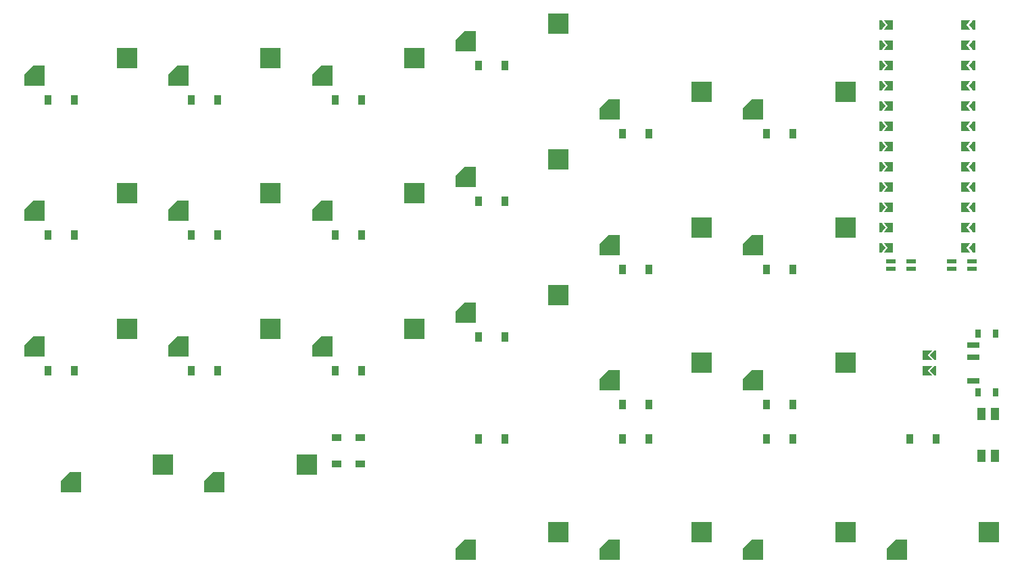
<source format=gbr>
%TF.GenerationSoftware,KiCad,Pcbnew,8.0.7*%
%TF.CreationDate,2025-01-05T11:09:37-06:00*%
%TF.ProjectId,omega_pcb_mbx_b0.2,6f6d6567-615f-4706-9362-5f6d62785f62,v1.0.0*%
%TF.SameCoordinates,Original*%
%TF.FileFunction,Paste,Top*%
%TF.FilePolarity,Positive*%
%FSLAX46Y46*%
G04 Gerber Fmt 4.6, Leading zero omitted, Abs format (unit mm)*
G04 Created by KiCad (PCBNEW 8.0.7) date 2025-01-05 11:09:37*
%MOMM*%
%LPD*%
G01*
G04 APERTURE LIST*
G04 Aperture macros list*
%AMOutline5P*
0 Free polygon, 5 corners , with rotation*
0 The origin of the aperture is its center*
0 number of corners: always 5*
0 $1 to $10 corner X, Y*
0 $11 Rotation angle, in degrees counterclockwise*
0 create outline with 5 corners*
4,1,5,$1,$2,$3,$4,$5,$6,$7,$8,$9,$10,$1,$2,$11*%
%AMOutline6P*
0 Free polygon, 6 corners , with rotation*
0 The origin of the aperture is its center*
0 number of corners: always 6*
0 $1 to $12 corner X, Y*
0 $13 Rotation angle, in degrees counterclockwise*
0 create outline with 6 corners*
4,1,6,$1,$2,$3,$4,$5,$6,$7,$8,$9,$10,$11,$12,$1,$2,$13*%
%AMOutline7P*
0 Free polygon, 7 corners , with rotation*
0 The origin of the aperture is its center*
0 number of corners: always 7*
0 $1 to $14 corner X, Y*
0 $15 Rotation angle, in degrees counterclockwise*
0 create outline with 7 corners*
4,1,7,$1,$2,$3,$4,$5,$6,$7,$8,$9,$10,$11,$12,$13,$14,$1,$2,$15*%
%AMOutline8P*
0 Free polygon, 8 corners , with rotation*
0 The origin of the aperture is its center*
0 number of corners: always 8*
0 $1 to $16 corner X, Y*
0 $17 Rotation angle, in degrees counterclockwise*
0 create outline with 8 corners*
4,1,8,$1,$2,$3,$4,$5,$6,$7,$8,$9,$10,$11,$12,$13,$14,$15,$16,$1,$2,$17*%
%AMFreePoly0*
4,1,6,0.600000,-1.000000,0.000000,-0.400000,-0.600000,-1.000000,-0.600000,0.250000,0.600000,0.250000,0.600000,-1.000000,0.600000,-1.000000,$1*%
%AMFreePoly1*
4,1,6,0.600000,-0.200000,0.600000,-0.400000,-0.600000,-0.400000,-0.600000,-0.200000,0.000000,0.400000,0.600000,-0.200000,0.600000,-0.200000,$1*%
%AMFreePoly2*
4,1,6,0.250000,0.000000,-0.250000,-0.625000,-0.500000,-0.625000,-0.500000,0.625000,-0.250000,0.625000,0.250000,0.000000,0.250000,0.000000,$1*%
%AMFreePoly3*
4,1,6,0.500000,-0.625000,-0.650000,-0.625000,-0.150000,0.000000,-0.650000,0.625000,0.500000,0.625000,0.500000,-0.625000,0.500000,-0.625000,$1*%
G04 Aperture macros list end*
%ADD10R,0.900000X1.200000*%
%ADD11R,1.200000X0.600000*%
%ADD12R,1.200000X0.900000*%
%ADD13Outline5P,-1.300000X1.300000X1.300000X1.300000X1.300000X-0.117000X0.117000X-1.300000X-1.300000X-1.300000X180.000000*%
%ADD14R,2.600000X2.600000*%
%ADD15R,1.000000X1.550000*%
%ADD16FreePoly0,90.000000*%
%ADD17FreePoly1,90.000000*%
%ADD18FreePoly2,180.000000*%
%ADD19FreePoly2,0.000000*%
%ADD20FreePoly3,180.000000*%
%ADD21FreePoly3,0.000000*%
%ADD22R,0.800000X1.000000*%
%ADD23R,1.500000X0.700000*%
G04 APERTURE END LIST*
D10*
%TO.C,D21*%
X131650000Y-97500000D03*
X128350000Y-97500000D03*
%TD*%
%TO.C,D6*%
X59650000Y-55000000D03*
X56350000Y-55000000D03*
%TD*%
%TO.C,D18*%
X131650000Y-59250000D03*
X128350000Y-59250000D03*
%TD*%
%TO.C,D10*%
X95650000Y-84750000D03*
X92350000Y-84750000D03*
%TD*%
%TO.C,D16*%
X131650000Y-93250000D03*
X128350000Y-93250000D03*
%TD*%
%TO.C,D7*%
X77650000Y-89000000D03*
X74350000Y-89000000D03*
%TD*%
%TO.C,D2*%
X41650000Y-72000000D03*
X38350000Y-72000000D03*
%TD*%
%TO.C,D3*%
X41650000Y-55000000D03*
X38350000Y-55000000D03*
%TD*%
%TO.C,D17*%
X131650000Y-76250000D03*
X128350000Y-76250000D03*
%TD*%
D11*
%TO.C,DISP1*%
X143920000Y-76200000D03*
X146460000Y-76200000D03*
X151540000Y-76200000D03*
X154080000Y-76200000D03*
X143920000Y-75300000D03*
X146460000Y-75300000D03*
X151540000Y-75300000D03*
X154080000Y-75300000D03*
%TD*%
D10*
%TO.C,D1*%
X41650000Y-89000000D03*
X38350000Y-89000000D03*
%TD*%
%TO.C,D8*%
X77650000Y-72000000D03*
X74350000Y-72000000D03*
%TD*%
%TO.C,D22*%
X149650000Y-97500000D03*
X146350000Y-97500000D03*
%TD*%
D12*
%TO.C,D23*%
X77500000Y-97350000D03*
X77500000Y-100650000D03*
%TD*%
D10*
%TO.C,D4*%
X59650000Y-89000000D03*
X56350000Y-89000000D03*
%TD*%
%TO.C,D13*%
X113650000Y-93250000D03*
X110350000Y-93250000D03*
%TD*%
%TO.C,D12*%
X95650000Y-50750000D03*
X92350000Y-50750000D03*
%TD*%
%TO.C,D19*%
X95650000Y-97500000D03*
X92350000Y-97500000D03*
%TD*%
%TO.C,D11*%
X95650000Y-67750000D03*
X92350000Y-67750000D03*
%TD*%
D12*
%TO.C,D24*%
X74500000Y-97350000D03*
X74500000Y-100650000D03*
%TD*%
D10*
%TO.C,D9*%
X77650000Y-55000000D03*
X74350000Y-55000000D03*
%TD*%
%TO.C,D20*%
X113650000Y-97500000D03*
X110350000Y-97500000D03*
%TD*%
%TO.C,D15*%
X113650000Y-59250000D03*
X110350000Y-59250000D03*
%TD*%
%TO.C,D14*%
X113650000Y-76250000D03*
X110350000Y-76250000D03*
%TD*%
%TO.C,D5*%
X59650000Y-72000000D03*
X56350000Y-72000000D03*
%TD*%
D13*
%TO.C,S21*%
X90725000Y-111450000D03*
D14*
X102275000Y-109250000D03*
%TD*%
D15*
%TO.C,RST1*%
X157000000Y-99625000D03*
X155300000Y-99625000D03*
X157000000Y-94375000D03*
X155300000Y-94375000D03*
%TD*%
D13*
%TO.C,S20*%
X59225000Y-102950000D03*
D14*
X70775000Y-100750000D03*
%TD*%
D13*
%TO.C,S5*%
X54725000Y-68950000D03*
D14*
X66275000Y-66750000D03*
%TD*%
D13*
%TO.C,S13*%
X108725000Y-90200000D03*
D14*
X120275000Y-88000000D03*
%TD*%
D13*
%TO.C,S4*%
X54725000Y-85950000D03*
D14*
X66275000Y-83750000D03*
%TD*%
D13*
%TO.C,S6*%
X54725000Y-51950000D03*
D14*
X66275000Y-49750000D03*
%TD*%
D13*
%TO.C,S11*%
X90725000Y-64700000D03*
D14*
X102275000Y-62500000D03*
%TD*%
D13*
%TO.C,S12*%
X90725000Y-47700000D03*
D14*
X102275000Y-45500000D03*
%TD*%
D13*
%TO.C,S2*%
X36725000Y-68950000D03*
D14*
X48275000Y-66750000D03*
%TD*%
D13*
%TO.C,S3*%
X36725000Y-51950000D03*
D14*
X48275000Y-49750000D03*
%TD*%
D16*
%TO.C,JST1*%
X148184000Y-87000000D03*
X148184000Y-89000000D03*
D17*
X149200000Y-87000000D03*
X149200000Y-89000000D03*
%TD*%
D18*
%TO.C,MCU1*%
X154000000Y-45650000D03*
X154000000Y-48190000D03*
X154000000Y-50730000D03*
X154000000Y-53270000D03*
X154000000Y-55810000D03*
X154000000Y-58350000D03*
X154000000Y-60890000D03*
X154000000Y-63430000D03*
X154000000Y-65970000D03*
X154000000Y-68510000D03*
X154000000Y-71050000D03*
X154000000Y-73590000D03*
D19*
X143000000Y-73590000D03*
X143000000Y-71050000D03*
X143000000Y-68510000D03*
X143000000Y-65970000D03*
X143000000Y-63430000D03*
X143000000Y-60890000D03*
X143000000Y-58350000D03*
X143000000Y-55810000D03*
X143000000Y-53270000D03*
X143000000Y-50730000D03*
X143000000Y-48190000D03*
X143000000Y-45650000D03*
D20*
X153275000Y-45650000D03*
X153275000Y-48190000D03*
X153275000Y-50730000D03*
X153275000Y-53270000D03*
X153275000Y-55810000D03*
X153275000Y-58350000D03*
X153275000Y-60890000D03*
X153275000Y-63430000D03*
X153275000Y-65970000D03*
X153275000Y-68510000D03*
X153275000Y-71050000D03*
X153275000Y-73590000D03*
D21*
X143725000Y-73590000D03*
X143725000Y-71050000D03*
X143725000Y-68510000D03*
X143725000Y-65970000D03*
X143725000Y-63430000D03*
X143725000Y-60890000D03*
X143725000Y-58350000D03*
X143725000Y-55810000D03*
X143725000Y-53270000D03*
X143725000Y-50730000D03*
X143725000Y-48190000D03*
X143725000Y-45650000D03*
%TD*%
D13*
%TO.C,S18*%
X126725000Y-56200000D03*
D14*
X138275000Y-54000000D03*
%TD*%
D13*
%TO.C,S22*%
X108725000Y-111450000D03*
D14*
X120275000Y-109250000D03*
%TD*%
D13*
%TO.C,S7*%
X72725000Y-85950000D03*
D14*
X84275000Y-83750000D03*
%TD*%
D13*
%TO.C,S1*%
X36725000Y-85950000D03*
D14*
X48275000Y-83750000D03*
%TD*%
D13*
%TO.C,S24*%
X144725000Y-111450000D03*
D14*
X156275000Y-109250000D03*
%TD*%
D13*
%TO.C,S15*%
X108725000Y-56200000D03*
D14*
X120275000Y-54000000D03*
%TD*%
D13*
%TO.C,S19*%
X41225000Y-102950000D03*
D14*
X52775000Y-100750000D03*
%TD*%
D13*
%TO.C,S23*%
X126725000Y-111450000D03*
D14*
X138275000Y-109250000D03*
%TD*%
D13*
%TO.C,S17*%
X126725000Y-73200000D03*
D14*
X138275000Y-71000000D03*
%TD*%
D22*
%TO.C,PWR1*%
X154915000Y-84350000D03*
X154915000Y-91650000D03*
X157125000Y-84350000D03*
X157125000Y-91650000D03*
D23*
X154265000Y-90250000D03*
X154265000Y-87250000D03*
X154265000Y-85750000D03*
%TD*%
D13*
%TO.C,S9*%
X72725000Y-51950000D03*
D14*
X84275000Y-49750000D03*
%TD*%
D13*
%TO.C,S16*%
X126725000Y-90200000D03*
D14*
X138275000Y-88000000D03*
%TD*%
D13*
%TO.C,S10*%
X90725000Y-81700000D03*
D14*
X102275000Y-79500000D03*
%TD*%
D13*
%TO.C,S14*%
X108725000Y-73200000D03*
D14*
X120275000Y-71000000D03*
%TD*%
D13*
%TO.C,S8*%
X72725000Y-68950000D03*
D14*
X84275000Y-66750000D03*
%TD*%
M02*

</source>
